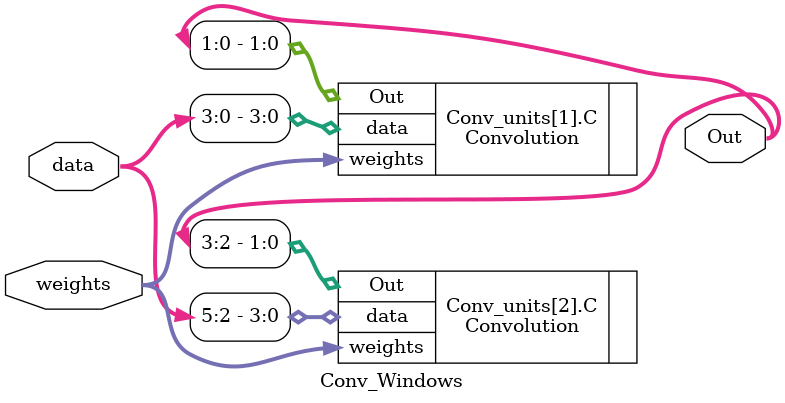
<source format=v>
`timescale 1ns / 1ps

module Conv_Windows#(parameter n_inputs = 2,parameter size = 2,parameter windows=2,DP=4)(
        input [size*n_inputs-1:0] weights,
        input [size*n_inputs/2*(windows+1)-1:0] data,
        output   [size*windows-1:0]  Out );
genvar i;
integer j;
generate
for(i=1; i<=windows; i = i+1)begin : Conv_units
            Convolution#(.size(size),.n_inputs(n_inputs),.DP(DP)) C(
                .weights(weights),
                .data (data[size*n_inputs/2*(i+1)-1-:size*n_inputs] ),
                .Out    (Out[size*i-1-:size])
            );
    end
endgenerate
endmodule
</source>
